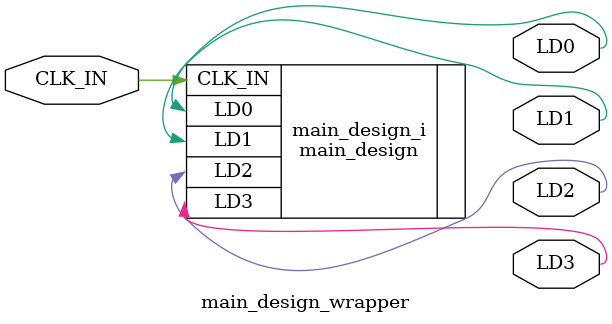
<source format=v>
`timescale 1 ps / 1 ps

module main_design_wrapper
   (CLK_IN,
    LD0,
    LD1,
    LD2,
    LD3);
  input CLK_IN;
  output LD0;
  output LD1;
  output LD2;
  output LD3;

  wire CLK_IN;
  wire LD0;
  wire LD1;
  wire LD2;
  wire LD3;

  main_design main_design_i
       (.CLK_IN(CLK_IN),
        .LD0(LD0),
        .LD1(LD1),
        .LD2(LD2),
        .LD3(LD3));
endmodule

</source>
